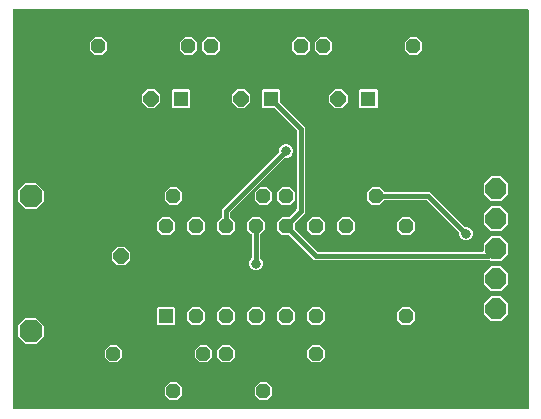
<source format=gbl>
G04 EAGLE Gerber RS-274X export*
G75*
%MOMM*%
%FSLAX34Y34*%
%LPD*%
%INBottom Copper*%
%IPPOS*%
%AMOC8*
5,1,8,0,0,1.08239X$1,22.5*%
G01*
%ADD10P,1.380047X8X112.500000*%
%ADD11P,1.380047X8X22.500000*%
%ADD12R,1.275000X1.275000*%
%ADD13P,1.298868X8X22.500000*%
%ADD14R,1.200000X1.200000*%
%ADD15P,2.089446X8X292.500000*%
%ADD16P,1.924489X8X112.500000*%
%ADD17P,1.298868X8X202.500000*%
%ADD18P,1.298868X8X112.500000*%
%ADD19C,0.406400*%
%ADD20C,0.825000*%

G36*
X439748Y3814D02*
X439748Y3814D01*
X439767Y3812D01*
X439869Y3834D01*
X439971Y3850D01*
X439988Y3860D01*
X440008Y3864D01*
X440097Y3917D01*
X440188Y3966D01*
X440202Y3980D01*
X440219Y3990D01*
X440286Y4069D01*
X440358Y4144D01*
X440366Y4162D01*
X440379Y4177D01*
X440418Y4273D01*
X440461Y4367D01*
X440463Y4387D01*
X440471Y4405D01*
X440489Y4572D01*
X440489Y341378D01*
X440486Y341398D01*
X440488Y341417D01*
X440466Y341519D01*
X440450Y341621D01*
X440440Y341638D01*
X440436Y341658D01*
X440383Y341747D01*
X440334Y341838D01*
X440320Y341852D01*
X440310Y341869D01*
X440231Y341936D01*
X440156Y342008D01*
X440138Y342016D01*
X440123Y342029D01*
X440027Y342068D01*
X439933Y342111D01*
X439913Y342113D01*
X439895Y342121D01*
X439728Y342139D01*
X4572Y342139D01*
X4552Y342136D01*
X4533Y342138D01*
X4431Y342116D01*
X4329Y342100D01*
X4312Y342090D01*
X4292Y342086D01*
X4203Y342033D01*
X4112Y341984D01*
X4098Y341970D01*
X4081Y341960D01*
X4014Y341881D01*
X3942Y341806D01*
X3934Y341788D01*
X3921Y341773D01*
X3882Y341677D01*
X3839Y341583D01*
X3837Y341563D01*
X3829Y341545D01*
X3811Y341378D01*
X3811Y4572D01*
X3814Y4552D01*
X3812Y4533D01*
X3834Y4431D01*
X3850Y4329D01*
X3860Y4312D01*
X3864Y4292D01*
X3917Y4203D01*
X3966Y4112D01*
X3980Y4098D01*
X3990Y4081D01*
X4069Y4014D01*
X4144Y3942D01*
X4162Y3934D01*
X4177Y3921D01*
X4273Y3882D01*
X4367Y3839D01*
X4387Y3837D01*
X4405Y3829D01*
X4572Y3811D01*
X439728Y3811D01*
X439748Y3814D01*
G37*
%LPC*%
G36*
X408436Y129285D02*
X408436Y129285D01*
X408151Y129570D01*
X408077Y129623D01*
X408008Y129683D01*
X407977Y129695D01*
X407951Y129714D01*
X407864Y129741D01*
X407779Y129775D01*
X407739Y129779D01*
X407716Y129786D01*
X407684Y129785D01*
X407613Y129793D01*
X258877Y129793D01*
X237668Y151002D01*
X237594Y151055D01*
X237524Y151115D01*
X237494Y151127D01*
X237468Y151146D01*
X237381Y151173D01*
X237296Y151207D01*
X237255Y151211D01*
X237233Y151218D01*
X237201Y151217D01*
X237129Y151225D01*
X231833Y151225D01*
X227425Y155633D01*
X227425Y161867D01*
X231833Y166275D01*
X237129Y166275D01*
X237220Y166289D01*
X237310Y166297D01*
X237340Y166309D01*
X237372Y166314D01*
X237453Y166357D01*
X237537Y166393D01*
X237569Y166419D01*
X237590Y166430D01*
X237612Y166453D01*
X237668Y166498D01*
X243870Y172700D01*
X243923Y172774D01*
X243983Y172844D01*
X243995Y172874D01*
X244014Y172900D01*
X244041Y172987D01*
X244075Y173072D01*
X244079Y173113D01*
X244086Y173135D01*
X244085Y173167D01*
X244093Y173239D01*
X244093Y239511D01*
X244079Y239602D01*
X244071Y239692D01*
X244059Y239722D01*
X244054Y239754D01*
X244011Y239835D01*
X243975Y239919D01*
X243949Y239951D01*
X243938Y239972D01*
X243915Y239994D01*
X243870Y240050D01*
X225343Y258577D01*
X225269Y258630D01*
X225199Y258690D01*
X225169Y258702D01*
X225143Y258721D01*
X225056Y258748D01*
X224971Y258782D01*
X224930Y258786D01*
X224908Y258793D01*
X224876Y258792D01*
X224804Y258800D01*
X215243Y258800D01*
X214350Y259693D01*
X214350Y273707D01*
X215243Y274600D01*
X229257Y274600D01*
X230150Y273707D01*
X230150Y264146D01*
X230152Y264131D01*
X230151Y264119D01*
X230164Y264056D01*
X230164Y264055D01*
X230172Y263965D01*
X230184Y263935D01*
X230189Y263903D01*
X230232Y263822D01*
X230268Y263738D01*
X230294Y263706D01*
X230305Y263685D01*
X230328Y263663D01*
X230373Y263607D01*
X251207Y242773D01*
X251207Y169977D01*
X242698Y161468D01*
X242645Y161394D01*
X242585Y161324D01*
X242573Y161294D01*
X242554Y161268D01*
X242527Y161181D01*
X242493Y161096D01*
X242489Y161055D01*
X242482Y161033D01*
X242483Y161001D01*
X242475Y160929D01*
X242475Y156571D01*
X242489Y156480D01*
X242497Y156390D01*
X242509Y156360D01*
X242514Y156328D01*
X242557Y156247D01*
X242593Y156163D01*
X242619Y156131D01*
X242630Y156110D01*
X242653Y156088D01*
X242698Y156032D01*
X261600Y137130D01*
X261674Y137077D01*
X261744Y137017D01*
X261774Y137005D01*
X261800Y136986D01*
X261887Y136959D01*
X261972Y136925D01*
X262013Y136921D01*
X262035Y136914D01*
X262067Y136915D01*
X262139Y136907D01*
X401574Y136907D01*
X401594Y136910D01*
X401613Y136908D01*
X401715Y136930D01*
X401817Y136946D01*
X401834Y136956D01*
X401854Y136960D01*
X401943Y137013D01*
X402034Y137062D01*
X402048Y137076D01*
X402065Y137086D01*
X402132Y137165D01*
X402204Y137240D01*
X402212Y137258D01*
X402225Y137273D01*
X402264Y137369D01*
X402307Y137463D01*
X402309Y137483D01*
X402317Y137501D01*
X402335Y137668D01*
X402335Y144014D01*
X408436Y150115D01*
X417064Y150115D01*
X423165Y144014D01*
X423165Y135386D01*
X417064Y129285D01*
X408436Y129285D01*
G37*
%LPD*%
%LPC*%
G36*
X386226Y146750D02*
X386226Y146750D01*
X384150Y147610D01*
X382560Y149200D01*
X381700Y151276D01*
X381700Y152704D01*
X381686Y152795D01*
X381678Y152885D01*
X381666Y152915D01*
X381661Y152947D01*
X381618Y153028D01*
X381582Y153112D01*
X381556Y153144D01*
X381545Y153165D01*
X381522Y153187D01*
X381477Y153243D01*
X354350Y180370D01*
X354276Y180423D01*
X354206Y180483D01*
X354176Y180495D01*
X354150Y180514D01*
X354063Y180541D01*
X353978Y180575D01*
X353937Y180579D01*
X353915Y180586D01*
X353883Y180585D01*
X353811Y180593D01*
X318550Y180593D01*
X318460Y180579D01*
X318369Y180571D01*
X318339Y180559D01*
X318307Y180554D01*
X318227Y180511D01*
X318143Y180475D01*
X318111Y180449D01*
X318090Y180438D01*
X318068Y180415D01*
X318012Y180370D01*
X314267Y176625D01*
X308033Y176625D01*
X303625Y181033D01*
X303625Y187267D01*
X308033Y191675D01*
X314267Y191675D01*
X318012Y187930D01*
X318086Y187877D01*
X318155Y187817D01*
X318185Y187805D01*
X318212Y187786D01*
X318299Y187759D01*
X318383Y187725D01*
X318424Y187721D01*
X318447Y187714D01*
X318479Y187715D01*
X318550Y187707D01*
X357073Y187707D01*
X386507Y158273D01*
X386581Y158220D01*
X386651Y158160D01*
X386681Y158148D01*
X386707Y158129D01*
X386794Y158102D01*
X386879Y158068D01*
X386920Y158064D01*
X386942Y158057D01*
X386974Y158058D01*
X387046Y158050D01*
X388474Y158050D01*
X390550Y157190D01*
X392140Y155600D01*
X393000Y153524D01*
X393000Y151276D01*
X392140Y149200D01*
X390550Y147610D01*
X388474Y146750D01*
X386226Y146750D01*
G37*
%LPD*%
%LPC*%
G36*
X181033Y151225D02*
X181033Y151225D01*
X176625Y155633D01*
X176625Y161867D01*
X180370Y165612D01*
X180423Y165686D01*
X180483Y165755D01*
X180495Y165785D01*
X180514Y165812D01*
X180541Y165899D01*
X180575Y165983D01*
X180579Y166024D01*
X180586Y166047D01*
X180585Y166079D01*
X180593Y166150D01*
X180593Y172923D01*
X229077Y221407D01*
X229130Y221481D01*
X229190Y221551D01*
X229202Y221581D01*
X229221Y221607D01*
X229248Y221694D01*
X229282Y221779D01*
X229286Y221820D01*
X229293Y221842D01*
X229292Y221874D01*
X229300Y221946D01*
X229300Y223374D01*
X230160Y225450D01*
X231750Y227040D01*
X233826Y227900D01*
X236074Y227900D01*
X238150Y227040D01*
X239740Y225450D01*
X240600Y223374D01*
X240600Y221126D01*
X239740Y219050D01*
X238150Y217460D01*
X236074Y216600D01*
X234646Y216600D01*
X234555Y216586D01*
X234465Y216578D01*
X234435Y216566D01*
X234403Y216561D01*
X234322Y216518D01*
X234238Y216482D01*
X234206Y216456D01*
X234185Y216445D01*
X234163Y216422D01*
X234107Y216377D01*
X187930Y170200D01*
X187877Y170126D01*
X187817Y170056D01*
X187805Y170026D01*
X187786Y170000D01*
X187759Y169913D01*
X187725Y169828D01*
X187721Y169787D01*
X187714Y169765D01*
X187715Y169733D01*
X187707Y169661D01*
X187707Y166150D01*
X187721Y166060D01*
X187729Y165969D01*
X187741Y165939D01*
X187746Y165907D01*
X187789Y165827D01*
X187825Y165743D01*
X187851Y165711D01*
X187862Y165690D01*
X187885Y165668D01*
X187930Y165612D01*
X191675Y161867D01*
X191675Y155633D01*
X187267Y151225D01*
X181033Y151225D01*
G37*
%LPD*%
%LPC*%
G36*
X208426Y121350D02*
X208426Y121350D01*
X206350Y122210D01*
X204760Y123800D01*
X203900Y125876D01*
X203900Y128124D01*
X204760Y130200D01*
X205770Y131210D01*
X205823Y131284D01*
X205883Y131354D01*
X205895Y131384D01*
X205914Y131410D01*
X205941Y131497D01*
X205975Y131582D01*
X205979Y131623D01*
X205986Y131645D01*
X205985Y131677D01*
X205993Y131749D01*
X205993Y151350D01*
X205979Y151440D01*
X205971Y151531D01*
X205959Y151561D01*
X205954Y151593D01*
X205911Y151673D01*
X205875Y151757D01*
X205849Y151789D01*
X205838Y151810D01*
X205815Y151832D01*
X205770Y151888D01*
X202025Y155633D01*
X202025Y161867D01*
X206433Y166275D01*
X212667Y166275D01*
X217075Y161867D01*
X217075Y155633D01*
X213330Y151888D01*
X213277Y151814D01*
X213217Y151745D01*
X213205Y151715D01*
X213186Y151688D01*
X213159Y151601D01*
X213125Y151517D01*
X213121Y151476D01*
X213114Y151453D01*
X213115Y151421D01*
X213107Y151350D01*
X213107Y131749D01*
X213121Y131658D01*
X213129Y131568D01*
X213141Y131538D01*
X213146Y131506D01*
X213189Y131425D01*
X213225Y131341D01*
X213251Y131309D01*
X213262Y131288D01*
X213285Y131266D01*
X213330Y131210D01*
X214340Y130200D01*
X215200Y128124D01*
X215200Y125876D01*
X214340Y123800D01*
X212750Y122210D01*
X210674Y121350D01*
X208426Y121350D01*
G37*
%LPD*%
%LPC*%
G36*
X14420Y58673D02*
X14420Y58673D01*
X7873Y65220D01*
X7873Y74480D01*
X14420Y81027D01*
X23680Y81027D01*
X30227Y74480D01*
X30227Y65220D01*
X23680Y58673D01*
X14420Y58673D01*
G37*
%LPD*%
%LPC*%
G36*
X14420Y172973D02*
X14420Y172973D01*
X7873Y179520D01*
X7873Y188780D01*
X14420Y195327D01*
X23680Y195327D01*
X30227Y188780D01*
X30227Y179520D01*
X23680Y172973D01*
X14420Y172973D01*
G37*
%LPD*%
%LPC*%
G36*
X408436Y78485D02*
X408436Y78485D01*
X402335Y84586D01*
X402335Y93214D01*
X408436Y99315D01*
X417064Y99315D01*
X423165Y93214D01*
X423165Y84586D01*
X417064Y78485D01*
X408436Y78485D01*
G37*
%LPD*%
%LPC*%
G36*
X408436Y103885D02*
X408436Y103885D01*
X402335Y109986D01*
X402335Y118614D01*
X408436Y124715D01*
X417064Y124715D01*
X423165Y118614D01*
X423165Y109986D01*
X417064Y103885D01*
X408436Y103885D01*
G37*
%LPD*%
%LPC*%
G36*
X408436Y154685D02*
X408436Y154685D01*
X402335Y160786D01*
X402335Y169414D01*
X408436Y175515D01*
X417064Y175515D01*
X423165Y169414D01*
X423165Y160786D01*
X417064Y154685D01*
X408436Y154685D01*
G37*
%LPD*%
%LPC*%
G36*
X408436Y180085D02*
X408436Y180085D01*
X402335Y186186D01*
X402335Y194814D01*
X408436Y200915D01*
X417064Y200915D01*
X423165Y194814D01*
X423165Y186186D01*
X417064Y180085D01*
X408436Y180085D01*
G37*
%LPD*%
%LPC*%
G36*
X297793Y258800D02*
X297793Y258800D01*
X296900Y259693D01*
X296900Y273707D01*
X297793Y274600D01*
X311807Y274600D01*
X312700Y273707D01*
X312700Y259693D01*
X311807Y258800D01*
X297793Y258800D01*
G37*
%LPD*%
%LPC*%
G36*
X139043Y258800D02*
X139043Y258800D01*
X138150Y259693D01*
X138150Y273707D01*
X139043Y274600D01*
X153057Y274600D01*
X153950Y273707D01*
X153950Y259693D01*
X153057Y258800D01*
X139043Y258800D01*
G37*
%LPD*%
%LPC*%
G36*
X126718Y75025D02*
X126718Y75025D01*
X125825Y75918D01*
X125825Y89182D01*
X126718Y90075D01*
X139982Y90075D01*
X140875Y89182D01*
X140875Y75918D01*
X139982Y75025D01*
X126718Y75025D01*
G37*
%LPD*%
%LPC*%
G36*
X117378Y258800D02*
X117378Y258800D01*
X112750Y263428D01*
X112750Y269972D01*
X117378Y274600D01*
X123922Y274600D01*
X128550Y269972D01*
X128550Y263428D01*
X123922Y258800D01*
X117378Y258800D01*
G37*
%LPD*%
%LPC*%
G36*
X193578Y258800D02*
X193578Y258800D01*
X188950Y263428D01*
X188950Y269972D01*
X193578Y274600D01*
X200122Y274600D01*
X204750Y269972D01*
X204750Y263428D01*
X200122Y258800D01*
X193578Y258800D01*
G37*
%LPD*%
%LPC*%
G36*
X276128Y258800D02*
X276128Y258800D01*
X271500Y263428D01*
X271500Y269972D01*
X276128Y274600D01*
X282672Y274600D01*
X287300Y269972D01*
X287300Y263428D01*
X282672Y258800D01*
X276128Y258800D01*
G37*
%LPD*%
%LPC*%
G36*
X91978Y125450D02*
X91978Y125450D01*
X87350Y130078D01*
X87350Y136622D01*
X91978Y141250D01*
X98522Y141250D01*
X103150Y136622D01*
X103150Y130078D01*
X98522Y125450D01*
X91978Y125450D01*
G37*
%LPD*%
%LPC*%
G36*
X155633Y151225D02*
X155633Y151225D01*
X151225Y155633D01*
X151225Y161867D01*
X155633Y166275D01*
X161867Y166275D01*
X166275Y161867D01*
X166275Y155633D01*
X161867Y151225D01*
X155633Y151225D01*
G37*
%LPD*%
%LPC*%
G36*
X136583Y11525D02*
X136583Y11525D01*
X132175Y15933D01*
X132175Y22167D01*
X136583Y26575D01*
X142817Y26575D01*
X147225Y22167D01*
X147225Y15933D01*
X142817Y11525D01*
X136583Y11525D01*
G37*
%LPD*%
%LPC*%
G36*
X155633Y75025D02*
X155633Y75025D01*
X151225Y79433D01*
X151225Y85667D01*
X155633Y90075D01*
X161867Y90075D01*
X166275Y85667D01*
X166275Y79433D01*
X161867Y75025D01*
X155633Y75025D01*
G37*
%LPD*%
%LPC*%
G36*
X212783Y11525D02*
X212783Y11525D01*
X208375Y15933D01*
X208375Y22167D01*
X212783Y26575D01*
X219017Y26575D01*
X223425Y22167D01*
X223425Y15933D01*
X219017Y11525D01*
X212783Y11525D01*
G37*
%LPD*%
%LPC*%
G36*
X181033Y75025D02*
X181033Y75025D01*
X176625Y79433D01*
X176625Y85667D01*
X181033Y90075D01*
X187267Y90075D01*
X191675Y85667D01*
X191675Y79433D01*
X187267Y75025D01*
X181033Y75025D01*
G37*
%LPD*%
%LPC*%
G36*
X85783Y43275D02*
X85783Y43275D01*
X81375Y47683D01*
X81375Y53917D01*
X85783Y58325D01*
X92017Y58325D01*
X96425Y53917D01*
X96425Y47683D01*
X92017Y43275D01*
X85783Y43275D01*
G37*
%LPD*%
%LPC*%
G36*
X206433Y75025D02*
X206433Y75025D01*
X202025Y79433D01*
X202025Y85667D01*
X206433Y90075D01*
X212667Y90075D01*
X217075Y85667D01*
X217075Y79433D01*
X212667Y75025D01*
X206433Y75025D01*
G37*
%LPD*%
%LPC*%
G36*
X161983Y43275D02*
X161983Y43275D01*
X157575Y47683D01*
X157575Y53917D01*
X161983Y58325D01*
X168217Y58325D01*
X172625Y53917D01*
X172625Y47683D01*
X168217Y43275D01*
X161983Y43275D01*
G37*
%LPD*%
%LPC*%
G36*
X257233Y75025D02*
X257233Y75025D01*
X252825Y79433D01*
X252825Y85667D01*
X257233Y90075D01*
X263467Y90075D01*
X267875Y85667D01*
X267875Y79433D01*
X263467Y75025D01*
X257233Y75025D01*
G37*
%LPD*%
%LPC*%
G36*
X333433Y75025D02*
X333433Y75025D01*
X329025Y79433D01*
X329025Y85667D01*
X333433Y90075D01*
X339667Y90075D01*
X344075Y85667D01*
X344075Y79433D01*
X339667Y75025D01*
X333433Y75025D01*
G37*
%LPD*%
%LPC*%
G36*
X181033Y43275D02*
X181033Y43275D01*
X176625Y47683D01*
X176625Y53917D01*
X181033Y58325D01*
X187267Y58325D01*
X191675Y53917D01*
X191675Y47683D01*
X187267Y43275D01*
X181033Y43275D01*
G37*
%LPD*%
%LPC*%
G36*
X257233Y43275D02*
X257233Y43275D01*
X252825Y47683D01*
X252825Y53917D01*
X257233Y58325D01*
X263467Y58325D01*
X267875Y53917D01*
X267875Y47683D01*
X263467Y43275D01*
X257233Y43275D01*
G37*
%LPD*%
%LPC*%
G36*
X231833Y75025D02*
X231833Y75025D01*
X227425Y79433D01*
X227425Y85667D01*
X231833Y90075D01*
X238067Y90075D01*
X242475Y85667D01*
X242475Y79433D01*
X238067Y75025D01*
X231833Y75025D01*
G37*
%LPD*%
%LPC*%
G36*
X282633Y151225D02*
X282633Y151225D01*
X278225Y155633D01*
X278225Y161867D01*
X282633Y166275D01*
X288867Y166275D01*
X293275Y161867D01*
X293275Y155633D01*
X288867Y151225D01*
X282633Y151225D01*
G37*
%LPD*%
%LPC*%
G36*
X257233Y151225D02*
X257233Y151225D01*
X252825Y155633D01*
X252825Y161867D01*
X257233Y166275D01*
X263467Y166275D01*
X267875Y161867D01*
X267875Y155633D01*
X263467Y151225D01*
X257233Y151225D01*
G37*
%LPD*%
%LPC*%
G36*
X333433Y151225D02*
X333433Y151225D01*
X329025Y155633D01*
X329025Y161867D01*
X333433Y166275D01*
X339667Y166275D01*
X344075Y161867D01*
X344075Y155633D01*
X339667Y151225D01*
X333433Y151225D01*
G37*
%LPD*%
%LPC*%
G36*
X130233Y151225D02*
X130233Y151225D01*
X125825Y155633D01*
X125825Y161867D01*
X130233Y166275D01*
X136467Y166275D01*
X140875Y161867D01*
X140875Y155633D01*
X136467Y151225D01*
X130233Y151225D01*
G37*
%LPD*%
%LPC*%
G36*
X136583Y176625D02*
X136583Y176625D01*
X132175Y181033D01*
X132175Y187267D01*
X136583Y191675D01*
X142817Y191675D01*
X147225Y187267D01*
X147225Y181033D01*
X142817Y176625D01*
X136583Y176625D01*
G37*
%LPD*%
%LPC*%
G36*
X212783Y176625D02*
X212783Y176625D01*
X208375Y181033D01*
X208375Y187267D01*
X212783Y191675D01*
X219017Y191675D01*
X223425Y187267D01*
X223425Y181033D01*
X219017Y176625D01*
X212783Y176625D01*
G37*
%LPD*%
%LPC*%
G36*
X231833Y176625D02*
X231833Y176625D01*
X227425Y181033D01*
X227425Y187267D01*
X231833Y191675D01*
X238067Y191675D01*
X242475Y187267D01*
X242475Y181033D01*
X238067Y176625D01*
X231833Y176625D01*
G37*
%LPD*%
%LPC*%
G36*
X73083Y303625D02*
X73083Y303625D01*
X68675Y308033D01*
X68675Y314267D01*
X73083Y318675D01*
X79317Y318675D01*
X83725Y314267D01*
X83725Y308033D01*
X79317Y303625D01*
X73083Y303625D01*
G37*
%LPD*%
%LPC*%
G36*
X149283Y303625D02*
X149283Y303625D01*
X144875Y308033D01*
X144875Y314267D01*
X149283Y318675D01*
X155517Y318675D01*
X159925Y314267D01*
X159925Y308033D01*
X155517Y303625D01*
X149283Y303625D01*
G37*
%LPD*%
%LPC*%
G36*
X168333Y303625D02*
X168333Y303625D01*
X163925Y308033D01*
X163925Y314267D01*
X168333Y318675D01*
X174567Y318675D01*
X178975Y314267D01*
X178975Y308033D01*
X174567Y303625D01*
X168333Y303625D01*
G37*
%LPD*%
%LPC*%
G36*
X244533Y303625D02*
X244533Y303625D01*
X240125Y308033D01*
X240125Y314267D01*
X244533Y318675D01*
X250767Y318675D01*
X255175Y314267D01*
X255175Y308033D01*
X250767Y303625D01*
X244533Y303625D01*
G37*
%LPD*%
%LPC*%
G36*
X263583Y303625D02*
X263583Y303625D01*
X259175Y308033D01*
X259175Y314267D01*
X263583Y318675D01*
X269817Y318675D01*
X274225Y314267D01*
X274225Y308033D01*
X269817Y303625D01*
X263583Y303625D01*
G37*
%LPD*%
%LPC*%
G36*
X339783Y303625D02*
X339783Y303625D01*
X335375Y308033D01*
X335375Y314267D01*
X339783Y318675D01*
X346017Y318675D01*
X350425Y314267D01*
X350425Y308033D01*
X346017Y303625D01*
X339783Y303625D01*
G37*
%LPD*%
D10*
X95250Y107950D03*
X95250Y133350D03*
D11*
X120650Y266700D03*
D12*
X146050Y266700D03*
D11*
X279400Y266700D03*
D12*
X304800Y266700D03*
D11*
X196850Y266700D03*
D12*
X222250Y266700D03*
D13*
X209550Y82550D03*
X184150Y82550D03*
X158750Y82550D03*
D14*
X133350Y82550D03*
D13*
X234950Y82550D03*
X260350Y82550D03*
X285750Y82550D03*
X285750Y158750D03*
X260350Y158750D03*
X234950Y158750D03*
X209550Y158750D03*
X184150Y158750D03*
X158750Y158750D03*
X133350Y158750D03*
D15*
X19050Y158750D03*
X19050Y184150D03*
X19050Y44450D03*
X19050Y69850D03*
D16*
X412750Y114300D03*
X412750Y88900D03*
X412750Y63500D03*
X412750Y139700D03*
X412750Y165100D03*
X412750Y190500D03*
D13*
X139700Y19050D03*
X215900Y19050D03*
X184150Y50800D03*
X260350Y50800D03*
X88900Y50800D03*
X165100Y50800D03*
X76200Y311150D03*
X152400Y311150D03*
D17*
X215900Y184150D03*
X139700Y184150D03*
D18*
X336550Y82550D03*
X336550Y158750D03*
D13*
X234950Y184150D03*
X311150Y184150D03*
X266700Y311150D03*
X342900Y311150D03*
X171450Y311150D03*
X247650Y311150D03*
D19*
X209550Y158750D02*
X209550Y127000D01*
D20*
X209550Y127000D03*
D19*
X311150Y184150D02*
X355600Y184150D01*
X387350Y152400D01*
D20*
X387350Y152400D03*
D19*
X184150Y158750D02*
X184150Y171450D01*
X234950Y222250D01*
D20*
X234950Y222250D03*
D19*
X247650Y171450D02*
X234950Y158750D01*
X247650Y171450D02*
X247650Y241300D01*
X222250Y266700D01*
X406400Y133350D02*
X412750Y139700D01*
X406400Y133350D02*
X260350Y133350D01*
X234950Y158750D01*
M02*

</source>
